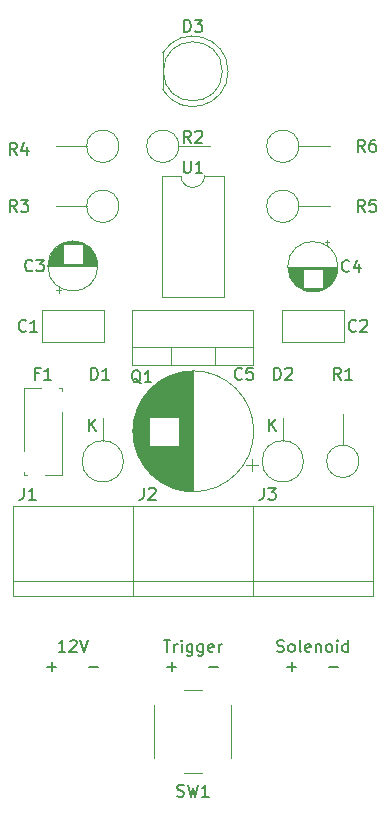
<source format=gto>
G04 #@! TF.GenerationSoftware,KiCad,Pcbnew,(5.1.10)-1*
G04 #@! TF.CreationDate,2021-09-21T19:58:19+02:00*
G04 #@! TF.ProjectId,Solenoid pulser,536f6c65-6e6f-4696-9420-70756c736572,V1.0*
G04 #@! TF.SameCoordinates,Original*
G04 #@! TF.FileFunction,Legend,Top*
G04 #@! TF.FilePolarity,Positive*
%FSLAX46Y46*%
G04 Gerber Fmt 4.6, Leading zero omitted, Abs format (unit mm)*
G04 Created by KiCad (PCBNEW (5.1.10)-1) date 2021-09-21 19:58:19*
%MOMM*%
%LPD*%
G01*
G04 APERTURE LIST*
%ADD10C,0.150000*%
%ADD11C,0.120000*%
%ADD12O,1.600000X1.600000*%
%ADD13C,1.600000*%
%ADD14O,2.200000X2.200000*%
%ADD15R,2.200000X2.200000*%
%ADD16O,1.905000X2.000000*%
%ADD17R,1.905000X2.000000*%
%ADD18C,0.800000*%
%ADD19C,6.400000*%
%ADD20C,2.010000*%
%ADD21C,3.000000*%
%ADD22R,3.000000X3.000000*%
%ADD23R,1.600000X1.600000*%
%ADD24C,2.000000*%
%ADD25C,1.800000*%
%ADD26R,1.800000X1.800000*%
%ADD27R,2.000000X2.000000*%
%ADD28C,1.200000*%
%ADD29R,1.200000X1.200000*%
G04 APERTURE END LIST*
D10*
X116356190Y-97369761D02*
X116499047Y-97417380D01*
X116737142Y-97417380D01*
X116832380Y-97369761D01*
X116880000Y-97322142D01*
X116927619Y-97226904D01*
X116927619Y-97131666D01*
X116880000Y-97036428D01*
X116832380Y-96988809D01*
X116737142Y-96941190D01*
X116546666Y-96893571D01*
X116451428Y-96845952D01*
X116403809Y-96798333D01*
X116356190Y-96703095D01*
X116356190Y-96607857D01*
X116403809Y-96512619D01*
X116451428Y-96465000D01*
X116546666Y-96417380D01*
X116784761Y-96417380D01*
X116927619Y-96465000D01*
X117499047Y-97417380D02*
X117403809Y-97369761D01*
X117356190Y-97322142D01*
X117308571Y-97226904D01*
X117308571Y-96941190D01*
X117356190Y-96845952D01*
X117403809Y-96798333D01*
X117499047Y-96750714D01*
X117641904Y-96750714D01*
X117737142Y-96798333D01*
X117784761Y-96845952D01*
X117832380Y-96941190D01*
X117832380Y-97226904D01*
X117784761Y-97322142D01*
X117737142Y-97369761D01*
X117641904Y-97417380D01*
X117499047Y-97417380D01*
X118403809Y-97417380D02*
X118308571Y-97369761D01*
X118260952Y-97274523D01*
X118260952Y-96417380D01*
X119165714Y-97369761D02*
X119070476Y-97417380D01*
X118880000Y-97417380D01*
X118784761Y-97369761D01*
X118737142Y-97274523D01*
X118737142Y-96893571D01*
X118784761Y-96798333D01*
X118880000Y-96750714D01*
X119070476Y-96750714D01*
X119165714Y-96798333D01*
X119213333Y-96893571D01*
X119213333Y-96988809D01*
X118737142Y-97084047D01*
X119641904Y-96750714D02*
X119641904Y-97417380D01*
X119641904Y-96845952D02*
X119689523Y-96798333D01*
X119784761Y-96750714D01*
X119927619Y-96750714D01*
X120022857Y-96798333D01*
X120070476Y-96893571D01*
X120070476Y-97417380D01*
X120689523Y-97417380D02*
X120594285Y-97369761D01*
X120546666Y-97322142D01*
X120499047Y-97226904D01*
X120499047Y-96941190D01*
X120546666Y-96845952D01*
X120594285Y-96798333D01*
X120689523Y-96750714D01*
X120832380Y-96750714D01*
X120927619Y-96798333D01*
X120975238Y-96845952D01*
X121022857Y-96941190D01*
X121022857Y-97226904D01*
X120975238Y-97322142D01*
X120927619Y-97369761D01*
X120832380Y-97417380D01*
X120689523Y-97417380D01*
X121451428Y-97417380D02*
X121451428Y-96750714D01*
X121451428Y-96417380D02*
X121403809Y-96465000D01*
X121451428Y-96512619D01*
X121499047Y-96465000D01*
X121451428Y-96417380D01*
X121451428Y-96512619D01*
X122356190Y-97417380D02*
X122356190Y-96417380D01*
X122356190Y-97369761D02*
X122260952Y-97417380D01*
X122070476Y-97417380D01*
X121975238Y-97369761D01*
X121927619Y-97322142D01*
X121880000Y-97226904D01*
X121880000Y-96941190D01*
X121927619Y-96845952D01*
X121975238Y-96798333D01*
X122070476Y-96750714D01*
X122260952Y-96750714D01*
X122356190Y-96798333D01*
X117237142Y-98686428D02*
X117999047Y-98686428D01*
X117618095Y-99067380D02*
X117618095Y-98305476D01*
X120760952Y-98686428D02*
X121522857Y-98686428D01*
X98440952Y-97417380D02*
X97869523Y-97417380D01*
X98155238Y-97417380D02*
X98155238Y-96417380D01*
X98060000Y-96560238D01*
X97964761Y-96655476D01*
X97869523Y-96703095D01*
X98821904Y-96512619D02*
X98869523Y-96465000D01*
X98964761Y-96417380D01*
X99202857Y-96417380D01*
X99298095Y-96465000D01*
X99345714Y-96512619D01*
X99393333Y-96607857D01*
X99393333Y-96703095D01*
X99345714Y-96845952D01*
X98774285Y-97417380D01*
X99393333Y-97417380D01*
X99679047Y-96417380D02*
X100012380Y-97417380D01*
X100345714Y-96417380D01*
X96917142Y-98686428D02*
X97679047Y-98686428D01*
X97298095Y-99067380D02*
X97298095Y-98305476D01*
X100440952Y-98686428D02*
X101202857Y-98686428D01*
X106743809Y-96417380D02*
X107315238Y-96417380D01*
X107029523Y-97417380D02*
X107029523Y-96417380D01*
X107648571Y-97417380D02*
X107648571Y-96750714D01*
X107648571Y-96941190D02*
X107696190Y-96845952D01*
X107743809Y-96798333D01*
X107839047Y-96750714D01*
X107934285Y-96750714D01*
X108267619Y-97417380D02*
X108267619Y-96750714D01*
X108267619Y-96417380D02*
X108220000Y-96465000D01*
X108267619Y-96512619D01*
X108315238Y-96465000D01*
X108267619Y-96417380D01*
X108267619Y-96512619D01*
X109172380Y-96750714D02*
X109172380Y-97560238D01*
X109124761Y-97655476D01*
X109077142Y-97703095D01*
X108981904Y-97750714D01*
X108839047Y-97750714D01*
X108743809Y-97703095D01*
X109172380Y-97369761D02*
X109077142Y-97417380D01*
X108886666Y-97417380D01*
X108791428Y-97369761D01*
X108743809Y-97322142D01*
X108696190Y-97226904D01*
X108696190Y-96941190D01*
X108743809Y-96845952D01*
X108791428Y-96798333D01*
X108886666Y-96750714D01*
X109077142Y-96750714D01*
X109172380Y-96798333D01*
X110077142Y-96750714D02*
X110077142Y-97560238D01*
X110029523Y-97655476D01*
X109981904Y-97703095D01*
X109886666Y-97750714D01*
X109743809Y-97750714D01*
X109648571Y-97703095D01*
X110077142Y-97369761D02*
X109981904Y-97417380D01*
X109791428Y-97417380D01*
X109696190Y-97369761D01*
X109648571Y-97322142D01*
X109600952Y-97226904D01*
X109600952Y-96941190D01*
X109648571Y-96845952D01*
X109696190Y-96798333D01*
X109791428Y-96750714D01*
X109981904Y-96750714D01*
X110077142Y-96798333D01*
X110934285Y-97369761D02*
X110839047Y-97417380D01*
X110648571Y-97417380D01*
X110553333Y-97369761D01*
X110505714Y-97274523D01*
X110505714Y-96893571D01*
X110553333Y-96798333D01*
X110648571Y-96750714D01*
X110839047Y-96750714D01*
X110934285Y-96798333D01*
X110981904Y-96893571D01*
X110981904Y-96988809D01*
X110505714Y-97084047D01*
X111410476Y-97417380D02*
X111410476Y-96750714D01*
X111410476Y-96941190D02*
X111458095Y-96845952D01*
X111505714Y-96798333D01*
X111600952Y-96750714D01*
X111696190Y-96750714D01*
X107077142Y-98686428D02*
X107839047Y-98686428D01*
X107458095Y-99067380D02*
X107458095Y-98305476D01*
X110600952Y-98686428D02*
X111362857Y-98686428D01*
D11*
X118210000Y-54610000D02*
X120820000Y-54610000D01*
X118210000Y-54610000D02*
G75*
G03*
X118210000Y-54610000I-1370000J0D01*
G01*
X118210000Y-59690000D02*
X120820000Y-59690000D01*
X118210000Y-59690000D02*
G75*
G03*
X118210000Y-59690000I-1370000J0D01*
G01*
X100230000Y-54610000D02*
X97620000Y-54610000D01*
X102970000Y-54610000D02*
G75*
G03*
X102970000Y-54610000I-1370000J0D01*
G01*
X100230000Y-59690000D02*
X97620000Y-59690000D01*
X102970000Y-59690000D02*
G75*
G03*
X102970000Y-59690000I-1370000J0D01*
G01*
X108050000Y-54610000D02*
X110660000Y-54610000D01*
X108050000Y-54610000D02*
G75*
G03*
X108050000Y-54610000I-1370000J0D01*
G01*
X121920000Y-79910000D02*
X121920000Y-77300000D01*
X123290000Y-81280000D02*
G75*
G03*
X123290000Y-81280000I-1370000J0D01*
G01*
X116840000Y-79529365D02*
X116840000Y-77600000D01*
X118590635Y-81280000D02*
G75*
G03*
X118590635Y-81280000I-1750635J0D01*
G01*
X101600000Y-79529365D02*
X101600000Y-77600000D01*
X103350635Y-81280000D02*
G75*
G03*
X103350635Y-81280000I-1750635J0D01*
G01*
X107369000Y-73120000D02*
X107369000Y-71610000D01*
X111070000Y-73120000D02*
X111070000Y-71610000D01*
X114340000Y-71610000D02*
X104100000Y-71610000D01*
X104100000Y-73120000D02*
X104100000Y-68479000D01*
X114340000Y-73120000D02*
X114340000Y-68479000D01*
X114340000Y-68479000D02*
X104100000Y-68479000D01*
X114340000Y-73120000D02*
X104100000Y-73120000D01*
X95205000Y-82400000D02*
X94955000Y-82400000D01*
X98155000Y-82400000D02*
X96704000Y-82400000D01*
X96405000Y-75100000D02*
X94955000Y-75100000D01*
X98155000Y-75100000D02*
X97905000Y-75100000D01*
X94955000Y-82179000D02*
X94955000Y-82400000D01*
X94955000Y-75100000D02*
X94955000Y-80422000D01*
X98155000Y-77079000D02*
X98155000Y-82400000D01*
X98155000Y-75100000D02*
X98155000Y-75321000D01*
X114300000Y-92710000D02*
X124460000Y-92710000D01*
X114300000Y-85090000D02*
X114300000Y-92710000D01*
X124460000Y-85090000D02*
X114300000Y-85090000D01*
X124460000Y-92710000D02*
X124460000Y-85090000D01*
X124460000Y-91440000D02*
X114300000Y-91440000D01*
X104140000Y-92710000D02*
X114300000Y-92710000D01*
X104140000Y-85090000D02*
X104140000Y-92710000D01*
X114300000Y-85090000D02*
X104140000Y-85090000D01*
X114300000Y-92710000D02*
X114300000Y-85090000D01*
X114300000Y-91440000D02*
X104140000Y-91440000D01*
X93980000Y-92710000D02*
X104140000Y-92710000D01*
X93980000Y-85090000D02*
X93980000Y-92710000D01*
X104140000Y-85090000D02*
X93980000Y-85090000D01*
X104140000Y-92710000D02*
X104140000Y-85090000D01*
X104140000Y-91440000D02*
X93980000Y-91440000D01*
X108220000Y-57090000D02*
X106570000Y-57090000D01*
X106570000Y-57090000D02*
X106570000Y-67370000D01*
X106570000Y-67370000D02*
X111870000Y-67370000D01*
X111870000Y-67370000D02*
X111870000Y-57090000D01*
X111870000Y-57090000D02*
X110220000Y-57090000D01*
X110220000Y-57090000D02*
G75*
G02*
X108220000Y-57090000I-1000000J0D01*
G01*
X105970000Y-101890000D02*
X105970000Y-106390000D01*
X109970000Y-100640000D02*
X108470000Y-100640000D01*
X112470000Y-106390000D02*
X112470000Y-101890000D01*
X108470000Y-107640000D02*
X109970000Y-107640000D01*
X111720000Y-48260000D02*
G75*
G03*
X111720000Y-48260000I-2500000J0D01*
G01*
X106660000Y-46715000D02*
X106660000Y-49805000D01*
X112210000Y-48259538D02*
G75*
G02*
X106660000Y-49804830I-2990000J-462D01*
G01*
X112210000Y-48260462D02*
G75*
G03*
X106660000Y-46715170I-2990000J462D01*
G01*
X114380000Y-78740000D02*
G75*
G03*
X114380000Y-78740000I-5120000J0D01*
G01*
X109260000Y-83820000D02*
X109260000Y-73660000D01*
X109220000Y-83820000D02*
X109220000Y-73660000D01*
X109180000Y-83820000D02*
X109180000Y-73660000D01*
X109140000Y-83819000D02*
X109140000Y-73661000D01*
X109100000Y-83818000D02*
X109100000Y-73662000D01*
X109060000Y-83817000D02*
X109060000Y-73663000D01*
X109020000Y-83815000D02*
X109020000Y-73665000D01*
X108980000Y-83813000D02*
X108980000Y-73667000D01*
X108940000Y-83810000D02*
X108940000Y-73670000D01*
X108900000Y-83808000D02*
X108900000Y-73672000D01*
X108860000Y-83805000D02*
X108860000Y-73675000D01*
X108820000Y-83802000D02*
X108820000Y-73678000D01*
X108780000Y-83798000D02*
X108780000Y-73682000D01*
X108740000Y-83794000D02*
X108740000Y-73686000D01*
X108700000Y-83790000D02*
X108700000Y-73690000D01*
X108660000Y-83785000D02*
X108660000Y-73695000D01*
X108620000Y-83780000D02*
X108620000Y-73700000D01*
X108580000Y-83775000D02*
X108580000Y-73705000D01*
X108539000Y-83770000D02*
X108539000Y-73710000D01*
X108499000Y-83764000D02*
X108499000Y-73716000D01*
X108459000Y-83758000D02*
X108459000Y-73722000D01*
X108419000Y-83751000D02*
X108419000Y-73729000D01*
X108379000Y-83744000D02*
X108379000Y-73736000D01*
X108339000Y-83737000D02*
X108339000Y-73743000D01*
X108299000Y-83730000D02*
X108299000Y-73750000D01*
X108259000Y-83722000D02*
X108259000Y-73758000D01*
X108219000Y-83714000D02*
X108219000Y-73766000D01*
X108179000Y-83705000D02*
X108179000Y-73775000D01*
X108139000Y-83696000D02*
X108139000Y-73784000D01*
X108099000Y-83687000D02*
X108099000Y-73793000D01*
X108059000Y-83678000D02*
X108059000Y-73802000D01*
X108019000Y-83668000D02*
X108019000Y-73812000D01*
X107979000Y-83658000D02*
X107979000Y-79981000D01*
X107979000Y-77499000D02*
X107979000Y-73822000D01*
X107939000Y-83647000D02*
X107939000Y-79981000D01*
X107939000Y-77499000D02*
X107939000Y-73833000D01*
X107899000Y-83637000D02*
X107899000Y-79981000D01*
X107899000Y-77499000D02*
X107899000Y-73843000D01*
X107859000Y-83625000D02*
X107859000Y-79981000D01*
X107859000Y-77499000D02*
X107859000Y-73855000D01*
X107819000Y-83614000D02*
X107819000Y-79981000D01*
X107819000Y-77499000D02*
X107819000Y-73866000D01*
X107779000Y-83602000D02*
X107779000Y-79981000D01*
X107779000Y-77499000D02*
X107779000Y-73878000D01*
X107739000Y-83590000D02*
X107739000Y-79981000D01*
X107739000Y-77499000D02*
X107739000Y-73890000D01*
X107699000Y-83577000D02*
X107699000Y-79981000D01*
X107699000Y-77499000D02*
X107699000Y-73903000D01*
X107659000Y-83564000D02*
X107659000Y-79981000D01*
X107659000Y-77499000D02*
X107659000Y-73916000D01*
X107619000Y-83551000D02*
X107619000Y-79981000D01*
X107619000Y-77499000D02*
X107619000Y-73929000D01*
X107579000Y-83537000D02*
X107579000Y-79981000D01*
X107579000Y-77499000D02*
X107579000Y-73943000D01*
X107539000Y-83523000D02*
X107539000Y-79981000D01*
X107539000Y-77499000D02*
X107539000Y-73957000D01*
X107499000Y-83508000D02*
X107499000Y-79981000D01*
X107499000Y-77499000D02*
X107499000Y-73972000D01*
X107459000Y-83494000D02*
X107459000Y-79981000D01*
X107459000Y-77499000D02*
X107459000Y-73986000D01*
X107419000Y-83478000D02*
X107419000Y-79981000D01*
X107419000Y-77499000D02*
X107419000Y-74002000D01*
X107379000Y-83463000D02*
X107379000Y-79981000D01*
X107379000Y-77499000D02*
X107379000Y-74017000D01*
X107339000Y-83447000D02*
X107339000Y-79981000D01*
X107339000Y-77499000D02*
X107339000Y-74033000D01*
X107299000Y-83430000D02*
X107299000Y-79981000D01*
X107299000Y-77499000D02*
X107299000Y-74050000D01*
X107259000Y-83414000D02*
X107259000Y-79981000D01*
X107259000Y-77499000D02*
X107259000Y-74066000D01*
X107219000Y-83397000D02*
X107219000Y-79981000D01*
X107219000Y-77499000D02*
X107219000Y-74083000D01*
X107179000Y-83379000D02*
X107179000Y-79981000D01*
X107179000Y-77499000D02*
X107179000Y-74101000D01*
X107139000Y-83361000D02*
X107139000Y-79981000D01*
X107139000Y-77499000D02*
X107139000Y-74119000D01*
X107099000Y-83343000D02*
X107099000Y-79981000D01*
X107099000Y-77499000D02*
X107099000Y-74137000D01*
X107059000Y-83324000D02*
X107059000Y-79981000D01*
X107059000Y-77499000D02*
X107059000Y-74156000D01*
X107019000Y-83304000D02*
X107019000Y-79981000D01*
X107019000Y-77499000D02*
X107019000Y-74176000D01*
X106979000Y-83285000D02*
X106979000Y-79981000D01*
X106979000Y-77499000D02*
X106979000Y-74195000D01*
X106939000Y-83265000D02*
X106939000Y-79981000D01*
X106939000Y-77499000D02*
X106939000Y-74215000D01*
X106899000Y-83244000D02*
X106899000Y-79981000D01*
X106899000Y-77499000D02*
X106899000Y-74236000D01*
X106859000Y-83223000D02*
X106859000Y-79981000D01*
X106859000Y-77499000D02*
X106859000Y-74257000D01*
X106819000Y-83202000D02*
X106819000Y-79981000D01*
X106819000Y-77499000D02*
X106819000Y-74278000D01*
X106779000Y-83180000D02*
X106779000Y-79981000D01*
X106779000Y-77499000D02*
X106779000Y-74300000D01*
X106739000Y-83157000D02*
X106739000Y-79981000D01*
X106739000Y-77499000D02*
X106739000Y-74323000D01*
X106699000Y-83135000D02*
X106699000Y-79981000D01*
X106699000Y-77499000D02*
X106699000Y-74345000D01*
X106659000Y-83111000D02*
X106659000Y-79981000D01*
X106659000Y-77499000D02*
X106659000Y-74369000D01*
X106619000Y-83087000D02*
X106619000Y-79981000D01*
X106619000Y-77499000D02*
X106619000Y-74393000D01*
X106579000Y-83063000D02*
X106579000Y-79981000D01*
X106579000Y-77499000D02*
X106579000Y-74417000D01*
X106539000Y-83038000D02*
X106539000Y-79981000D01*
X106539000Y-77499000D02*
X106539000Y-74442000D01*
X106499000Y-83013000D02*
X106499000Y-79981000D01*
X106499000Y-77499000D02*
X106499000Y-74467000D01*
X106459000Y-82987000D02*
X106459000Y-79981000D01*
X106459000Y-77499000D02*
X106459000Y-74493000D01*
X106419000Y-82961000D02*
X106419000Y-79981000D01*
X106419000Y-77499000D02*
X106419000Y-74519000D01*
X106379000Y-82934000D02*
X106379000Y-79981000D01*
X106379000Y-77499000D02*
X106379000Y-74546000D01*
X106339000Y-82906000D02*
X106339000Y-79981000D01*
X106339000Y-77499000D02*
X106339000Y-74574000D01*
X106299000Y-82878000D02*
X106299000Y-79981000D01*
X106299000Y-77499000D02*
X106299000Y-74602000D01*
X106259000Y-82850000D02*
X106259000Y-79981000D01*
X106259000Y-77499000D02*
X106259000Y-74630000D01*
X106219000Y-82820000D02*
X106219000Y-79981000D01*
X106219000Y-77499000D02*
X106219000Y-74660000D01*
X106179000Y-82790000D02*
X106179000Y-79981000D01*
X106179000Y-77499000D02*
X106179000Y-74690000D01*
X106139000Y-82760000D02*
X106139000Y-79981000D01*
X106139000Y-77499000D02*
X106139000Y-74720000D01*
X106099000Y-82729000D02*
X106099000Y-79981000D01*
X106099000Y-77499000D02*
X106099000Y-74751000D01*
X106059000Y-82697000D02*
X106059000Y-79981000D01*
X106059000Y-77499000D02*
X106059000Y-74783000D01*
X106019000Y-82665000D02*
X106019000Y-79981000D01*
X106019000Y-77499000D02*
X106019000Y-74815000D01*
X105979000Y-82632000D02*
X105979000Y-79981000D01*
X105979000Y-77499000D02*
X105979000Y-74848000D01*
X105939000Y-82598000D02*
X105939000Y-79981000D01*
X105939000Y-77499000D02*
X105939000Y-74882000D01*
X105899000Y-82564000D02*
X105899000Y-79981000D01*
X105899000Y-77499000D02*
X105899000Y-74916000D01*
X105859000Y-82529000D02*
X105859000Y-79981000D01*
X105859000Y-77499000D02*
X105859000Y-74951000D01*
X105819000Y-82493000D02*
X105819000Y-79981000D01*
X105819000Y-77499000D02*
X105819000Y-74987000D01*
X105779000Y-82456000D02*
X105779000Y-79981000D01*
X105779000Y-77499000D02*
X105779000Y-75024000D01*
X105739000Y-82419000D02*
X105739000Y-79981000D01*
X105739000Y-77499000D02*
X105739000Y-75061000D01*
X105699000Y-82380000D02*
X105699000Y-79981000D01*
X105699000Y-77499000D02*
X105699000Y-75100000D01*
X105659000Y-82341000D02*
X105659000Y-79981000D01*
X105659000Y-77499000D02*
X105659000Y-75139000D01*
X105619000Y-82301000D02*
X105619000Y-79981000D01*
X105619000Y-77499000D02*
X105619000Y-75179000D01*
X105579000Y-82260000D02*
X105579000Y-79981000D01*
X105579000Y-77499000D02*
X105579000Y-75220000D01*
X105539000Y-82218000D02*
X105539000Y-79981000D01*
X105539000Y-77499000D02*
X105539000Y-75262000D01*
X105499000Y-82176000D02*
X105499000Y-75304000D01*
X105459000Y-82132000D02*
X105459000Y-75348000D01*
X105419000Y-82087000D02*
X105419000Y-75393000D01*
X105379000Y-82041000D02*
X105379000Y-75439000D01*
X105339000Y-81994000D02*
X105339000Y-75486000D01*
X105299000Y-81946000D02*
X105299000Y-75534000D01*
X105259000Y-81896000D02*
X105259000Y-75584000D01*
X105219000Y-81846000D02*
X105219000Y-75634000D01*
X105179000Y-81794000D02*
X105179000Y-75686000D01*
X105139000Y-81740000D02*
X105139000Y-75740000D01*
X105099000Y-81685000D02*
X105099000Y-75795000D01*
X105059000Y-81629000D02*
X105059000Y-75851000D01*
X105019000Y-81570000D02*
X105019000Y-75910000D01*
X104979000Y-81510000D02*
X104979000Y-75970000D01*
X104939000Y-81449000D02*
X104939000Y-76031000D01*
X104899000Y-81385000D02*
X104899000Y-76095000D01*
X104859000Y-81319000D02*
X104859000Y-76161000D01*
X104819000Y-81250000D02*
X104819000Y-76230000D01*
X104779000Y-81179000D02*
X104779000Y-76301000D01*
X104739000Y-81105000D02*
X104739000Y-76375000D01*
X104699000Y-81029000D02*
X104699000Y-76451000D01*
X104659000Y-80949000D02*
X104659000Y-76531000D01*
X104619000Y-80865000D02*
X104619000Y-76615000D01*
X104579000Y-80777000D02*
X104579000Y-76703000D01*
X104539000Y-80684000D02*
X104539000Y-76796000D01*
X104499000Y-80586000D02*
X104499000Y-76894000D01*
X104459000Y-80482000D02*
X104459000Y-76998000D01*
X104419000Y-80370000D02*
X104419000Y-77110000D01*
X104379000Y-80250000D02*
X104379000Y-77230000D01*
X104339000Y-80118000D02*
X104339000Y-77362000D01*
X104299000Y-79970000D02*
X104299000Y-77510000D01*
X104259000Y-79802000D02*
X104259000Y-77678000D01*
X104219000Y-79602000D02*
X104219000Y-77878000D01*
X104179000Y-79339000D02*
X104179000Y-78141000D01*
X114739646Y-81615000D02*
X113739646Y-81615000D01*
X114239646Y-82115000D02*
X114239646Y-81115000D01*
X121500000Y-64797401D02*
G75*
G03*
X121500000Y-64797401I-2120000J0D01*
G01*
X121460000Y-64797401D02*
X117300000Y-64797401D01*
X121460000Y-64837401D02*
X117300000Y-64837401D01*
X121459000Y-64877401D02*
X117301000Y-64877401D01*
X121457000Y-64917401D02*
X117303000Y-64917401D01*
X121454000Y-64957401D02*
X117306000Y-64957401D01*
X121451000Y-64997401D02*
X120220000Y-64997401D01*
X118540000Y-64997401D02*
X117309000Y-64997401D01*
X121447000Y-65037401D02*
X120220000Y-65037401D01*
X118540000Y-65037401D02*
X117313000Y-65037401D01*
X121442000Y-65077401D02*
X120220000Y-65077401D01*
X118540000Y-65077401D02*
X117318000Y-65077401D01*
X121436000Y-65117401D02*
X120220000Y-65117401D01*
X118540000Y-65117401D02*
X117324000Y-65117401D01*
X121430000Y-65157401D02*
X120220000Y-65157401D01*
X118540000Y-65157401D02*
X117330000Y-65157401D01*
X121422000Y-65197401D02*
X120220000Y-65197401D01*
X118540000Y-65197401D02*
X117338000Y-65197401D01*
X121414000Y-65237401D02*
X120220000Y-65237401D01*
X118540000Y-65237401D02*
X117346000Y-65237401D01*
X121405000Y-65277401D02*
X120220000Y-65277401D01*
X118540000Y-65277401D02*
X117355000Y-65277401D01*
X121396000Y-65317401D02*
X120220000Y-65317401D01*
X118540000Y-65317401D02*
X117364000Y-65317401D01*
X121385000Y-65357401D02*
X120220000Y-65357401D01*
X118540000Y-65357401D02*
X117375000Y-65357401D01*
X121374000Y-65397401D02*
X120220000Y-65397401D01*
X118540000Y-65397401D02*
X117386000Y-65397401D01*
X121362000Y-65437401D02*
X120220000Y-65437401D01*
X118540000Y-65437401D02*
X117398000Y-65437401D01*
X121348000Y-65477401D02*
X120220000Y-65477401D01*
X118540000Y-65477401D02*
X117412000Y-65477401D01*
X121334000Y-65518401D02*
X120220000Y-65518401D01*
X118540000Y-65518401D02*
X117426000Y-65518401D01*
X121320000Y-65558401D02*
X120220000Y-65558401D01*
X118540000Y-65558401D02*
X117440000Y-65558401D01*
X121304000Y-65598401D02*
X120220000Y-65598401D01*
X118540000Y-65598401D02*
X117456000Y-65598401D01*
X121287000Y-65638401D02*
X120220000Y-65638401D01*
X118540000Y-65638401D02*
X117473000Y-65638401D01*
X121269000Y-65678401D02*
X120220000Y-65678401D01*
X118540000Y-65678401D02*
X117491000Y-65678401D01*
X121250000Y-65718401D02*
X120220000Y-65718401D01*
X118540000Y-65718401D02*
X117510000Y-65718401D01*
X121231000Y-65758401D02*
X120220000Y-65758401D01*
X118540000Y-65758401D02*
X117529000Y-65758401D01*
X121210000Y-65798401D02*
X120220000Y-65798401D01*
X118540000Y-65798401D02*
X117550000Y-65798401D01*
X121188000Y-65838401D02*
X120220000Y-65838401D01*
X118540000Y-65838401D02*
X117572000Y-65838401D01*
X121165000Y-65878401D02*
X120220000Y-65878401D01*
X118540000Y-65878401D02*
X117595000Y-65878401D01*
X121140000Y-65918401D02*
X120220000Y-65918401D01*
X118540000Y-65918401D02*
X117620000Y-65918401D01*
X121115000Y-65958401D02*
X120220000Y-65958401D01*
X118540000Y-65958401D02*
X117645000Y-65958401D01*
X121088000Y-65998401D02*
X120220000Y-65998401D01*
X118540000Y-65998401D02*
X117672000Y-65998401D01*
X121060000Y-66038401D02*
X120220000Y-66038401D01*
X118540000Y-66038401D02*
X117700000Y-66038401D01*
X121030000Y-66078401D02*
X120220000Y-66078401D01*
X118540000Y-66078401D02*
X117730000Y-66078401D01*
X120999000Y-66118401D02*
X120220000Y-66118401D01*
X118540000Y-66118401D02*
X117761000Y-66118401D01*
X120967000Y-66158401D02*
X120220000Y-66158401D01*
X118540000Y-66158401D02*
X117793000Y-66158401D01*
X120932000Y-66198401D02*
X120220000Y-66198401D01*
X118540000Y-66198401D02*
X117828000Y-66198401D01*
X120896000Y-66238401D02*
X120220000Y-66238401D01*
X118540000Y-66238401D02*
X117864000Y-66238401D01*
X120858000Y-66278401D02*
X120220000Y-66278401D01*
X118540000Y-66278401D02*
X117902000Y-66278401D01*
X120818000Y-66318401D02*
X120220000Y-66318401D01*
X118540000Y-66318401D02*
X117942000Y-66318401D01*
X120776000Y-66358401D02*
X120220000Y-66358401D01*
X118540000Y-66358401D02*
X117984000Y-66358401D01*
X120731000Y-66398401D02*
X120220000Y-66398401D01*
X118540000Y-66398401D02*
X118029000Y-66398401D01*
X120684000Y-66438401D02*
X120220000Y-66438401D01*
X118540000Y-66438401D02*
X118076000Y-66438401D01*
X120634000Y-66478401D02*
X120220000Y-66478401D01*
X118540000Y-66478401D02*
X118126000Y-66478401D01*
X120580000Y-66518401D02*
X120220000Y-66518401D01*
X118540000Y-66518401D02*
X118180000Y-66518401D01*
X120522000Y-66558401D02*
X120220000Y-66558401D01*
X118540000Y-66558401D02*
X118238000Y-66558401D01*
X120460000Y-66598401D02*
X120220000Y-66598401D01*
X118540000Y-66598401D02*
X118300000Y-66598401D01*
X120393000Y-66638401D02*
X118367000Y-66638401D01*
X120320000Y-66678401D02*
X118440000Y-66678401D01*
X120239000Y-66718401D02*
X118521000Y-66718401D01*
X120148000Y-66758401D02*
X118612000Y-66758401D01*
X120044000Y-66798401D02*
X118716000Y-66798401D01*
X119917000Y-66838401D02*
X118843000Y-66838401D01*
X119750000Y-66878401D02*
X119010000Y-66878401D01*
X120575000Y-62527600D02*
X120575000Y-62927600D01*
X120775000Y-62727600D02*
X120375000Y-62727600D01*
X101180000Y-64742600D02*
G75*
G03*
X101180000Y-64742600I-2120000J0D01*
G01*
X96980000Y-64742600D02*
X101140000Y-64742600D01*
X96980000Y-64702600D02*
X101140000Y-64702600D01*
X96981000Y-64662600D02*
X101139000Y-64662600D01*
X96983000Y-64622600D02*
X101137000Y-64622600D01*
X96986000Y-64582600D02*
X101134000Y-64582600D01*
X96989000Y-64542600D02*
X98220000Y-64542600D01*
X99900000Y-64542600D02*
X101131000Y-64542600D01*
X96993000Y-64502600D02*
X98220000Y-64502600D01*
X99900000Y-64502600D02*
X101127000Y-64502600D01*
X96998000Y-64462600D02*
X98220000Y-64462600D01*
X99900000Y-64462600D02*
X101122000Y-64462600D01*
X97004000Y-64422600D02*
X98220000Y-64422600D01*
X99900000Y-64422600D02*
X101116000Y-64422600D01*
X97010000Y-64382600D02*
X98220000Y-64382600D01*
X99900000Y-64382600D02*
X101110000Y-64382600D01*
X97018000Y-64342600D02*
X98220000Y-64342600D01*
X99900000Y-64342600D02*
X101102000Y-64342600D01*
X97026000Y-64302600D02*
X98220000Y-64302600D01*
X99900000Y-64302600D02*
X101094000Y-64302600D01*
X97035000Y-64262600D02*
X98220000Y-64262600D01*
X99900000Y-64262600D02*
X101085000Y-64262600D01*
X97044000Y-64222600D02*
X98220000Y-64222600D01*
X99900000Y-64222600D02*
X101076000Y-64222600D01*
X97055000Y-64182600D02*
X98220000Y-64182600D01*
X99900000Y-64182600D02*
X101065000Y-64182600D01*
X97066000Y-64142600D02*
X98220000Y-64142600D01*
X99900000Y-64142600D02*
X101054000Y-64142600D01*
X97078000Y-64102600D02*
X98220000Y-64102600D01*
X99900000Y-64102600D02*
X101042000Y-64102600D01*
X97092000Y-64062600D02*
X98220000Y-64062600D01*
X99900000Y-64062600D02*
X101028000Y-64062600D01*
X97106000Y-64021600D02*
X98220000Y-64021600D01*
X99900000Y-64021600D02*
X101014000Y-64021600D01*
X97120000Y-63981600D02*
X98220000Y-63981600D01*
X99900000Y-63981600D02*
X101000000Y-63981600D01*
X97136000Y-63941600D02*
X98220000Y-63941600D01*
X99900000Y-63941600D02*
X100984000Y-63941600D01*
X97153000Y-63901600D02*
X98220000Y-63901600D01*
X99900000Y-63901600D02*
X100967000Y-63901600D01*
X97171000Y-63861600D02*
X98220000Y-63861600D01*
X99900000Y-63861600D02*
X100949000Y-63861600D01*
X97190000Y-63821600D02*
X98220000Y-63821600D01*
X99900000Y-63821600D02*
X100930000Y-63821600D01*
X97209000Y-63781600D02*
X98220000Y-63781600D01*
X99900000Y-63781600D02*
X100911000Y-63781600D01*
X97230000Y-63741600D02*
X98220000Y-63741600D01*
X99900000Y-63741600D02*
X100890000Y-63741600D01*
X97252000Y-63701600D02*
X98220000Y-63701600D01*
X99900000Y-63701600D02*
X100868000Y-63701600D01*
X97275000Y-63661600D02*
X98220000Y-63661600D01*
X99900000Y-63661600D02*
X100845000Y-63661600D01*
X97300000Y-63621600D02*
X98220000Y-63621600D01*
X99900000Y-63621600D02*
X100820000Y-63621600D01*
X97325000Y-63581600D02*
X98220000Y-63581600D01*
X99900000Y-63581600D02*
X100795000Y-63581600D01*
X97352000Y-63541600D02*
X98220000Y-63541600D01*
X99900000Y-63541600D02*
X100768000Y-63541600D01*
X97380000Y-63501600D02*
X98220000Y-63501600D01*
X99900000Y-63501600D02*
X100740000Y-63501600D01*
X97410000Y-63461600D02*
X98220000Y-63461600D01*
X99900000Y-63461600D02*
X100710000Y-63461600D01*
X97441000Y-63421600D02*
X98220000Y-63421600D01*
X99900000Y-63421600D02*
X100679000Y-63421600D01*
X97473000Y-63381600D02*
X98220000Y-63381600D01*
X99900000Y-63381600D02*
X100647000Y-63381600D01*
X97508000Y-63341600D02*
X98220000Y-63341600D01*
X99900000Y-63341600D02*
X100612000Y-63341600D01*
X97544000Y-63301600D02*
X98220000Y-63301600D01*
X99900000Y-63301600D02*
X100576000Y-63301600D01*
X97582000Y-63261600D02*
X98220000Y-63261600D01*
X99900000Y-63261600D02*
X100538000Y-63261600D01*
X97622000Y-63221600D02*
X98220000Y-63221600D01*
X99900000Y-63221600D02*
X100498000Y-63221600D01*
X97664000Y-63181600D02*
X98220000Y-63181600D01*
X99900000Y-63181600D02*
X100456000Y-63181600D01*
X97709000Y-63141600D02*
X98220000Y-63141600D01*
X99900000Y-63141600D02*
X100411000Y-63141600D01*
X97756000Y-63101600D02*
X98220000Y-63101600D01*
X99900000Y-63101600D02*
X100364000Y-63101600D01*
X97806000Y-63061600D02*
X98220000Y-63061600D01*
X99900000Y-63061600D02*
X100314000Y-63061600D01*
X97860000Y-63021600D02*
X98220000Y-63021600D01*
X99900000Y-63021600D02*
X100260000Y-63021600D01*
X97918000Y-62981600D02*
X98220000Y-62981600D01*
X99900000Y-62981600D02*
X100202000Y-62981600D01*
X97980000Y-62941600D02*
X98220000Y-62941600D01*
X99900000Y-62941600D02*
X100140000Y-62941600D01*
X98047000Y-62901600D02*
X100073000Y-62901600D01*
X98120000Y-62861600D02*
X100000000Y-62861600D01*
X98201000Y-62821600D02*
X99919000Y-62821600D01*
X98292000Y-62781600D02*
X99828000Y-62781600D01*
X98396000Y-62741600D02*
X99724000Y-62741600D01*
X98523000Y-62701600D02*
X99597000Y-62701600D01*
X98690000Y-62661600D02*
X99430000Y-62661600D01*
X97865000Y-67012401D02*
X97865000Y-66612401D01*
X97665000Y-66812401D02*
X98065000Y-66812401D01*
X116740000Y-68480000D02*
X121980000Y-68480000D01*
X116740000Y-71220000D02*
X121980000Y-71220000D01*
X116740000Y-68480000D02*
X116740000Y-71220000D01*
X121980000Y-68480000D02*
X121980000Y-71220000D01*
X101700000Y-71220000D02*
X96460000Y-71220000D01*
X101700000Y-68480000D02*
X96460000Y-68480000D01*
X101700000Y-71220000D02*
X101700000Y-68480000D01*
X96460000Y-71220000D02*
X96460000Y-68480000D01*
D10*
X123785333Y-55062380D02*
X123452000Y-54586190D01*
X123213904Y-55062380D02*
X123213904Y-54062380D01*
X123594857Y-54062380D01*
X123690095Y-54110000D01*
X123737714Y-54157619D01*
X123785333Y-54252857D01*
X123785333Y-54395714D01*
X123737714Y-54490952D01*
X123690095Y-54538571D01*
X123594857Y-54586190D01*
X123213904Y-54586190D01*
X124642476Y-54062380D02*
X124452000Y-54062380D01*
X124356761Y-54110000D01*
X124309142Y-54157619D01*
X124213904Y-54300476D01*
X124166285Y-54490952D01*
X124166285Y-54871904D01*
X124213904Y-54967142D01*
X124261523Y-55014761D01*
X124356761Y-55062380D01*
X124547238Y-55062380D01*
X124642476Y-55014761D01*
X124690095Y-54967142D01*
X124737714Y-54871904D01*
X124737714Y-54633809D01*
X124690095Y-54538571D01*
X124642476Y-54490952D01*
X124547238Y-54443333D01*
X124356761Y-54443333D01*
X124261523Y-54490952D01*
X124213904Y-54538571D01*
X124166285Y-54633809D01*
X123785333Y-60142380D02*
X123452000Y-59666190D01*
X123213904Y-60142380D02*
X123213904Y-59142380D01*
X123594857Y-59142380D01*
X123690095Y-59190000D01*
X123737714Y-59237619D01*
X123785333Y-59332857D01*
X123785333Y-59475714D01*
X123737714Y-59570952D01*
X123690095Y-59618571D01*
X123594857Y-59666190D01*
X123213904Y-59666190D01*
X124690095Y-59142380D02*
X124213904Y-59142380D01*
X124166285Y-59618571D01*
X124213904Y-59570952D01*
X124309142Y-59523333D01*
X124547238Y-59523333D01*
X124642476Y-59570952D01*
X124690095Y-59618571D01*
X124737714Y-59713809D01*
X124737714Y-59951904D01*
X124690095Y-60047142D01*
X124642476Y-60094761D01*
X124547238Y-60142380D01*
X124309142Y-60142380D01*
X124213904Y-60094761D01*
X124166285Y-60047142D01*
X94321333Y-55316380D02*
X93988000Y-54840190D01*
X93749904Y-55316380D02*
X93749904Y-54316380D01*
X94130857Y-54316380D01*
X94226095Y-54364000D01*
X94273714Y-54411619D01*
X94321333Y-54506857D01*
X94321333Y-54649714D01*
X94273714Y-54744952D01*
X94226095Y-54792571D01*
X94130857Y-54840190D01*
X93749904Y-54840190D01*
X95178476Y-54649714D02*
X95178476Y-55316380D01*
X94940380Y-54268761D02*
X94702285Y-54983047D01*
X95321333Y-54983047D01*
X94321333Y-60142380D02*
X93988000Y-59666190D01*
X93749904Y-60142380D02*
X93749904Y-59142380D01*
X94130857Y-59142380D01*
X94226095Y-59190000D01*
X94273714Y-59237619D01*
X94321333Y-59332857D01*
X94321333Y-59475714D01*
X94273714Y-59570952D01*
X94226095Y-59618571D01*
X94130857Y-59666190D01*
X93749904Y-59666190D01*
X94654666Y-59142380D02*
X95273714Y-59142380D01*
X94940380Y-59523333D01*
X95083238Y-59523333D01*
X95178476Y-59570952D01*
X95226095Y-59618571D01*
X95273714Y-59713809D01*
X95273714Y-59951904D01*
X95226095Y-60047142D01*
X95178476Y-60094761D01*
X95083238Y-60142380D01*
X94797523Y-60142380D01*
X94702285Y-60094761D01*
X94654666Y-60047142D01*
X109053333Y-54300380D02*
X108720000Y-53824190D01*
X108481904Y-54300380D02*
X108481904Y-53300380D01*
X108862857Y-53300380D01*
X108958095Y-53348000D01*
X109005714Y-53395619D01*
X109053333Y-53490857D01*
X109053333Y-53633714D01*
X109005714Y-53728952D01*
X108958095Y-53776571D01*
X108862857Y-53824190D01*
X108481904Y-53824190D01*
X109434285Y-53395619D02*
X109481904Y-53348000D01*
X109577142Y-53300380D01*
X109815238Y-53300380D01*
X109910476Y-53348000D01*
X109958095Y-53395619D01*
X110005714Y-53490857D01*
X110005714Y-53586095D01*
X109958095Y-53728952D01*
X109386666Y-54300380D01*
X110005714Y-54300380D01*
X121753333Y-74366380D02*
X121420000Y-73890190D01*
X121181904Y-74366380D02*
X121181904Y-73366380D01*
X121562857Y-73366380D01*
X121658095Y-73414000D01*
X121705714Y-73461619D01*
X121753333Y-73556857D01*
X121753333Y-73699714D01*
X121705714Y-73794952D01*
X121658095Y-73842571D01*
X121562857Y-73890190D01*
X121181904Y-73890190D01*
X122705714Y-74366380D02*
X122134285Y-74366380D01*
X122420000Y-74366380D02*
X122420000Y-73366380D01*
X122324761Y-73509238D01*
X122229523Y-73604476D01*
X122134285Y-73652095D01*
X116101904Y-74366380D02*
X116101904Y-73366380D01*
X116340000Y-73366380D01*
X116482857Y-73414000D01*
X116578095Y-73509238D01*
X116625714Y-73604476D01*
X116673333Y-73794952D01*
X116673333Y-73937809D01*
X116625714Y-74128285D01*
X116578095Y-74223523D01*
X116482857Y-74318761D01*
X116340000Y-74366380D01*
X116101904Y-74366380D01*
X117054285Y-73461619D02*
X117101904Y-73414000D01*
X117197142Y-73366380D01*
X117435238Y-73366380D01*
X117530476Y-73414000D01*
X117578095Y-73461619D01*
X117625714Y-73556857D01*
X117625714Y-73652095D01*
X117578095Y-73794952D01*
X117006666Y-74366380D01*
X117625714Y-74366380D01*
X115689095Y-78684380D02*
X115689095Y-77684380D01*
X116260523Y-78684380D02*
X115831952Y-78112952D01*
X116260523Y-77684380D02*
X115689095Y-78255809D01*
X100607904Y-74366380D02*
X100607904Y-73366380D01*
X100846000Y-73366380D01*
X100988857Y-73414000D01*
X101084095Y-73509238D01*
X101131714Y-73604476D01*
X101179333Y-73794952D01*
X101179333Y-73937809D01*
X101131714Y-74128285D01*
X101084095Y-74223523D01*
X100988857Y-74318761D01*
X100846000Y-74366380D01*
X100607904Y-74366380D01*
X102131714Y-74366380D02*
X101560285Y-74366380D01*
X101846000Y-74366380D02*
X101846000Y-73366380D01*
X101750761Y-73509238D01*
X101655523Y-73604476D01*
X101560285Y-73652095D01*
X100449095Y-78684380D02*
X100449095Y-77684380D01*
X101020523Y-78684380D02*
X100591952Y-78112952D01*
X101020523Y-77684380D02*
X100449095Y-78255809D01*
X104806761Y-74667619D02*
X104711523Y-74620000D01*
X104616285Y-74524761D01*
X104473428Y-74381904D01*
X104378190Y-74334285D01*
X104282952Y-74334285D01*
X104330571Y-74572380D02*
X104235333Y-74524761D01*
X104140095Y-74429523D01*
X104092476Y-74239047D01*
X104092476Y-73905714D01*
X104140095Y-73715238D01*
X104235333Y-73620000D01*
X104330571Y-73572380D01*
X104521047Y-73572380D01*
X104616285Y-73620000D01*
X104711523Y-73715238D01*
X104759142Y-73905714D01*
X104759142Y-74239047D01*
X104711523Y-74429523D01*
X104616285Y-74524761D01*
X104521047Y-74572380D01*
X104330571Y-74572380D01*
X105711523Y-74572380D02*
X105140095Y-74572380D01*
X105425809Y-74572380D02*
X105425809Y-73572380D01*
X105330571Y-73715238D01*
X105235333Y-73810476D01*
X105140095Y-73858095D01*
X96186666Y-73842571D02*
X95853333Y-73842571D01*
X95853333Y-74366380D02*
X95853333Y-73366380D01*
X96329523Y-73366380D01*
X97234285Y-74366380D02*
X96662857Y-74366380D01*
X96948571Y-74366380D02*
X96948571Y-73366380D01*
X96853333Y-73509238D01*
X96758095Y-73604476D01*
X96662857Y-73652095D01*
X115236666Y-83526380D02*
X115236666Y-84240666D01*
X115189047Y-84383523D01*
X115093809Y-84478761D01*
X114950952Y-84526380D01*
X114855714Y-84526380D01*
X115617619Y-83526380D02*
X116236666Y-83526380D01*
X115903333Y-83907333D01*
X116046190Y-83907333D01*
X116141428Y-83954952D01*
X116189047Y-84002571D01*
X116236666Y-84097809D01*
X116236666Y-84335904D01*
X116189047Y-84431142D01*
X116141428Y-84478761D01*
X116046190Y-84526380D01*
X115760476Y-84526380D01*
X115665238Y-84478761D01*
X115617619Y-84431142D01*
X105076666Y-83526380D02*
X105076666Y-84240666D01*
X105029047Y-84383523D01*
X104933809Y-84478761D01*
X104790952Y-84526380D01*
X104695714Y-84526380D01*
X105505238Y-83621619D02*
X105552857Y-83574000D01*
X105648095Y-83526380D01*
X105886190Y-83526380D01*
X105981428Y-83574000D01*
X106029047Y-83621619D01*
X106076666Y-83716857D01*
X106076666Y-83812095D01*
X106029047Y-83954952D01*
X105457619Y-84526380D01*
X106076666Y-84526380D01*
X94916666Y-83526380D02*
X94916666Y-84240666D01*
X94869047Y-84383523D01*
X94773809Y-84478761D01*
X94630952Y-84526380D01*
X94535714Y-84526380D01*
X95916666Y-84526380D02*
X95345238Y-84526380D01*
X95630952Y-84526380D02*
X95630952Y-83526380D01*
X95535714Y-83669238D01*
X95440476Y-83764476D01*
X95345238Y-83812095D01*
X108458095Y-55840380D02*
X108458095Y-56649904D01*
X108505714Y-56745142D01*
X108553333Y-56792761D01*
X108648571Y-56840380D01*
X108839047Y-56840380D01*
X108934285Y-56792761D01*
X108981904Y-56745142D01*
X109029523Y-56649904D01*
X109029523Y-55840380D01*
X110029523Y-56840380D02*
X109458095Y-56840380D01*
X109743809Y-56840380D02*
X109743809Y-55840380D01*
X109648571Y-55983238D01*
X109553333Y-56078476D01*
X109458095Y-56126095D01*
X107886666Y-109624761D02*
X108029523Y-109672380D01*
X108267619Y-109672380D01*
X108362857Y-109624761D01*
X108410476Y-109577142D01*
X108458095Y-109481904D01*
X108458095Y-109386666D01*
X108410476Y-109291428D01*
X108362857Y-109243809D01*
X108267619Y-109196190D01*
X108077142Y-109148571D01*
X107981904Y-109100952D01*
X107934285Y-109053333D01*
X107886666Y-108958095D01*
X107886666Y-108862857D01*
X107934285Y-108767619D01*
X107981904Y-108720000D01*
X108077142Y-108672380D01*
X108315238Y-108672380D01*
X108458095Y-108720000D01*
X108791428Y-108672380D02*
X109029523Y-109672380D01*
X109220000Y-108958095D01*
X109410476Y-109672380D01*
X109648571Y-108672380D01*
X110553333Y-109672380D02*
X109981904Y-109672380D01*
X110267619Y-109672380D02*
X110267619Y-108672380D01*
X110172380Y-108815238D01*
X110077142Y-108910476D01*
X109981904Y-108958095D01*
X108481904Y-44902380D02*
X108481904Y-43902380D01*
X108720000Y-43902380D01*
X108862857Y-43950000D01*
X108958095Y-44045238D01*
X109005714Y-44140476D01*
X109053333Y-44330952D01*
X109053333Y-44473809D01*
X109005714Y-44664285D01*
X108958095Y-44759523D01*
X108862857Y-44854761D01*
X108720000Y-44902380D01*
X108481904Y-44902380D01*
X109386666Y-43902380D02*
X110005714Y-43902380D01*
X109672380Y-44283333D01*
X109815238Y-44283333D01*
X109910476Y-44330952D01*
X109958095Y-44378571D01*
X110005714Y-44473809D01*
X110005714Y-44711904D01*
X109958095Y-44807142D01*
X109910476Y-44854761D01*
X109815238Y-44902380D01*
X109529523Y-44902380D01*
X109434285Y-44854761D01*
X109386666Y-44807142D01*
X113371333Y-74271142D02*
X113323714Y-74318761D01*
X113180857Y-74366380D01*
X113085619Y-74366380D01*
X112942761Y-74318761D01*
X112847523Y-74223523D01*
X112799904Y-74128285D01*
X112752285Y-73937809D01*
X112752285Y-73794952D01*
X112799904Y-73604476D01*
X112847523Y-73509238D01*
X112942761Y-73414000D01*
X113085619Y-73366380D01*
X113180857Y-73366380D01*
X113323714Y-73414000D01*
X113371333Y-73461619D01*
X114276095Y-73366380D02*
X113799904Y-73366380D01*
X113752285Y-73842571D01*
X113799904Y-73794952D01*
X113895142Y-73747333D01*
X114133238Y-73747333D01*
X114228476Y-73794952D01*
X114276095Y-73842571D01*
X114323714Y-73937809D01*
X114323714Y-74175904D01*
X114276095Y-74271142D01*
X114228476Y-74318761D01*
X114133238Y-74366380D01*
X113895142Y-74366380D01*
X113799904Y-74318761D01*
X113752285Y-74271142D01*
X122463333Y-65154543D02*
X122415714Y-65202162D01*
X122272857Y-65249781D01*
X122177619Y-65249781D01*
X122034761Y-65202162D01*
X121939523Y-65106924D01*
X121891904Y-65011686D01*
X121844285Y-64821210D01*
X121844285Y-64678353D01*
X121891904Y-64487877D01*
X121939523Y-64392639D01*
X122034761Y-64297401D01*
X122177619Y-64249781D01*
X122272857Y-64249781D01*
X122415714Y-64297401D01*
X122463333Y-64345020D01*
X123320476Y-64583115D02*
X123320476Y-65249781D01*
X123082380Y-64202162D02*
X122844285Y-64916448D01*
X123463333Y-64916448D01*
X95643333Y-65099742D02*
X95595714Y-65147361D01*
X95452857Y-65194980D01*
X95357619Y-65194980D01*
X95214761Y-65147361D01*
X95119523Y-65052123D01*
X95071904Y-64956885D01*
X95024285Y-64766409D01*
X95024285Y-64623552D01*
X95071904Y-64433076D01*
X95119523Y-64337838D01*
X95214761Y-64242600D01*
X95357619Y-64194980D01*
X95452857Y-64194980D01*
X95595714Y-64242600D01*
X95643333Y-64290219D01*
X95976666Y-64194980D02*
X96595714Y-64194980D01*
X96262380Y-64575933D01*
X96405238Y-64575933D01*
X96500476Y-64623552D01*
X96548095Y-64671171D01*
X96595714Y-64766409D01*
X96595714Y-65004504D01*
X96548095Y-65099742D01*
X96500476Y-65147361D01*
X96405238Y-65194980D01*
X96119523Y-65194980D01*
X96024285Y-65147361D01*
X95976666Y-65099742D01*
X123023333Y-70207142D02*
X122975714Y-70254761D01*
X122832857Y-70302380D01*
X122737619Y-70302380D01*
X122594761Y-70254761D01*
X122499523Y-70159523D01*
X122451904Y-70064285D01*
X122404285Y-69873809D01*
X122404285Y-69730952D01*
X122451904Y-69540476D01*
X122499523Y-69445238D01*
X122594761Y-69350000D01*
X122737619Y-69302380D01*
X122832857Y-69302380D01*
X122975714Y-69350000D01*
X123023333Y-69397619D01*
X123404285Y-69397619D02*
X123451904Y-69350000D01*
X123547142Y-69302380D01*
X123785238Y-69302380D01*
X123880476Y-69350000D01*
X123928095Y-69397619D01*
X123975714Y-69492857D01*
X123975714Y-69588095D01*
X123928095Y-69730952D01*
X123356666Y-70302380D01*
X123975714Y-70302380D01*
X95083333Y-70207142D02*
X95035714Y-70254761D01*
X94892857Y-70302380D01*
X94797619Y-70302380D01*
X94654761Y-70254761D01*
X94559523Y-70159523D01*
X94511904Y-70064285D01*
X94464285Y-69873809D01*
X94464285Y-69730952D01*
X94511904Y-69540476D01*
X94559523Y-69445238D01*
X94654761Y-69350000D01*
X94797619Y-69302380D01*
X94892857Y-69302380D01*
X95035714Y-69350000D01*
X95083333Y-69397619D01*
X96035714Y-70302380D02*
X95464285Y-70302380D01*
X95750000Y-70302380D02*
X95750000Y-69302380D01*
X95654761Y-69445238D01*
X95559523Y-69540476D01*
X95464285Y-69588095D01*
%LPC*%
D12*
X121920000Y-54610000D03*
D13*
X116840000Y-54610000D03*
D12*
X121920000Y-59690000D03*
D13*
X116840000Y-59690000D03*
D12*
X96520000Y-54610000D03*
D13*
X101600000Y-54610000D03*
D12*
X96520000Y-59690000D03*
D13*
X101600000Y-59690000D03*
D12*
X111760000Y-54610000D03*
D13*
X106680000Y-54610000D03*
D12*
X121920000Y-76200000D03*
D13*
X121920000Y-81280000D03*
D14*
X116840000Y-81280000D03*
D15*
X116840000Y-76200000D03*
D14*
X101600000Y-81280000D03*
D15*
X101600000Y-76200000D03*
D16*
X106680000Y-69850000D03*
X109220000Y-69850000D03*
D17*
X111760000Y-69850000D03*
D18*
X117682944Y-46562944D03*
X116980000Y-48260000D03*
X117682944Y-49957056D03*
X119380000Y-50660000D03*
X121077056Y-49957056D03*
X121780000Y-48260000D03*
X121077056Y-46562944D03*
X119380000Y-45860000D03*
D19*
X119380000Y-48260000D03*
D18*
X97362944Y-46562944D03*
X96660000Y-48260000D03*
X97362944Y-49957056D03*
X99060000Y-50660000D03*
X100757056Y-49957056D03*
X101460000Y-48260000D03*
X100757056Y-46562944D03*
X99060000Y-45860000D03*
D19*
X99060000Y-48260000D03*
D18*
X117682944Y-102442944D03*
X116980000Y-104140000D03*
X117682944Y-105837056D03*
X119380000Y-106540000D03*
X121077056Y-105837056D03*
X121780000Y-104140000D03*
X121077056Y-102442944D03*
X119380000Y-101740000D03*
D19*
X119380000Y-104140000D03*
D18*
X97362944Y-102442944D03*
X96660000Y-104140000D03*
X97362944Y-105837056D03*
X99060000Y-106540000D03*
X100757056Y-105837056D03*
X101460000Y-104140000D03*
X100757056Y-102442944D03*
X99060000Y-101740000D03*
D19*
X99060000Y-104140000D03*
D20*
X95955000Y-81300000D03*
X97155000Y-76200000D03*
D21*
X121920000Y-88900000D03*
D22*
X116840000Y-88900000D03*
D21*
X111760000Y-88900000D03*
D22*
X106680000Y-88900000D03*
D21*
X101600000Y-88900000D03*
D22*
X96520000Y-88900000D03*
D12*
X113030000Y-58420000D03*
X105410000Y-66040000D03*
X113030000Y-60960000D03*
X105410000Y-63500000D03*
X113030000Y-63500000D03*
X105410000Y-60960000D03*
X113030000Y-66040000D03*
D23*
X105410000Y-58420000D03*
D24*
X111470000Y-107390000D03*
X106970000Y-107390000D03*
X111470000Y-100890000D03*
X106970000Y-100890000D03*
D25*
X110490000Y-48260000D03*
D26*
X107950000Y-48260000D03*
D24*
X106760000Y-78740000D03*
D27*
X111760000Y-78740000D03*
D28*
X119380000Y-65797401D03*
D29*
X119380000Y-63797401D03*
D28*
X99060000Y-63742600D03*
D29*
X99060000Y-65742600D03*
D13*
X120610000Y-69850000D03*
X118110000Y-69850000D03*
X97830000Y-69850000D03*
X100330000Y-69850000D03*
M02*

</source>
